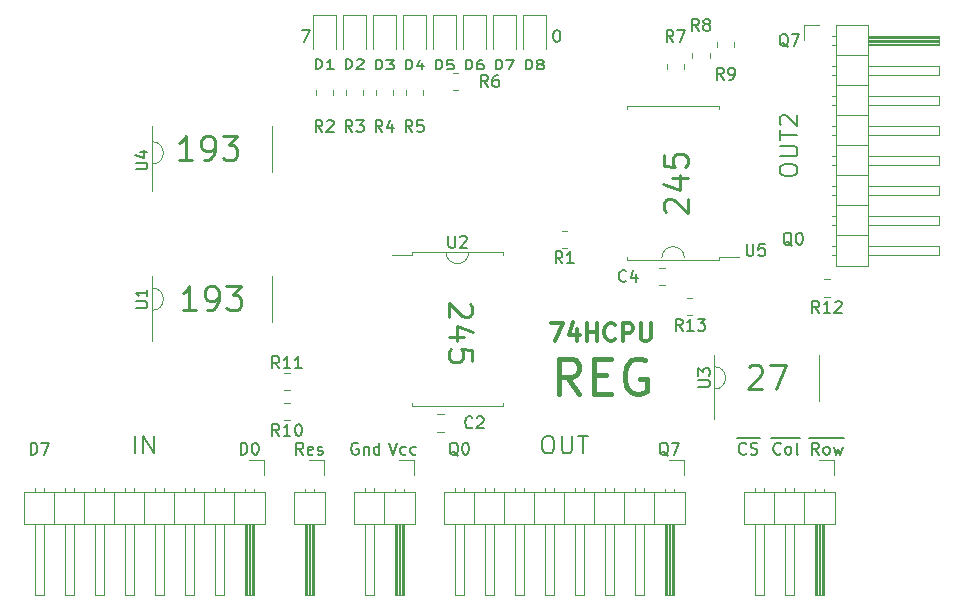
<source format=gbr>
%TF.GenerationSoftware,KiCad,Pcbnew,(5.1.8)-1*%
%TF.CreationDate,2025-01-30T22:58:19+03:00*%
%TF.ProjectId,Reg,5265672e-6b69-4636-9164-5f7063625858,rev?*%
%TF.SameCoordinates,Original*%
%TF.FileFunction,Legend,Top*%
%TF.FilePolarity,Positive*%
%FSLAX46Y46*%
G04 Gerber Fmt 4.6, Leading zero omitted, Abs format (unit mm)*
G04 Created by KiCad (PCBNEW (5.1.8)-1) date 2025-01-30 22:58:19*
%MOMM*%
%LPD*%
G01*
G04 APERTURE LIST*
%ADD10C,0.400000*%
%ADD11C,0.120000*%
%ADD12C,0.250000*%
%ADD13C,0.150000*%
%ADD14C,0.200000*%
%ADD15C,0.300000*%
G04 APERTURE END LIST*
D10*
X99036428Y-46442142D02*
X98036428Y-45013571D01*
X97322142Y-46442142D02*
X97322142Y-43442142D01*
X98465000Y-43442142D01*
X98750714Y-43585000D01*
X98893571Y-43727857D01*
X99036428Y-44013571D01*
X99036428Y-44442142D01*
X98893571Y-44727857D01*
X98750714Y-44870714D01*
X98465000Y-45013571D01*
X97322142Y-45013571D01*
X100322142Y-44870714D02*
X101322142Y-44870714D01*
X101750714Y-46442142D02*
X100322142Y-46442142D01*
X100322142Y-43442142D01*
X101750714Y-43442142D01*
X104607857Y-43585000D02*
X104322142Y-43442142D01*
X103893571Y-43442142D01*
X103465000Y-43585000D01*
X103179285Y-43870714D01*
X103036428Y-44156428D01*
X102893571Y-44727857D01*
X102893571Y-45156428D01*
X103036428Y-45727857D01*
X103179285Y-46013571D01*
X103465000Y-46299285D01*
X103893571Y-46442142D01*
X104179285Y-46442142D01*
X104607857Y-46299285D01*
X104750714Y-46156428D01*
X104750714Y-45156428D01*
X104179285Y-45156428D01*
D11*
X106045000Y-34925000D02*
G75*
G02*
X107950000Y-34925000I952500J0D01*
G01*
D12*
X106410238Y-31051190D02*
X106315000Y-30955952D01*
X106219761Y-30765476D01*
X106219761Y-30289285D01*
X106315000Y-30098809D01*
X106410238Y-30003571D01*
X106600714Y-29908333D01*
X106791190Y-29908333D01*
X107076904Y-30003571D01*
X108219761Y-31146428D01*
X108219761Y-29908333D01*
X106886428Y-28194047D02*
X108219761Y-28194047D01*
X106124523Y-28670238D02*
X107553095Y-29146428D01*
X107553095Y-27908333D01*
X106219761Y-26194047D02*
X106219761Y-27146428D01*
X107172142Y-27241666D01*
X107076904Y-27146428D01*
X106981666Y-26955952D01*
X106981666Y-26479761D01*
X107076904Y-26289285D01*
X107172142Y-26194047D01*
X107362619Y-26098809D01*
X107838809Y-26098809D01*
X108029285Y-26194047D01*
X108124523Y-26289285D01*
X108219761Y-26479761D01*
X108219761Y-26955952D01*
X108124523Y-27146428D01*
X108029285Y-27241666D01*
D13*
X116744761Y-17057619D02*
X116649523Y-17010000D01*
X116554285Y-16914761D01*
X116411428Y-16771904D01*
X116316190Y-16724285D01*
X116220952Y-16724285D01*
X116268571Y-16962380D02*
X116173333Y-16914761D01*
X116078095Y-16819523D01*
X116030476Y-16629047D01*
X116030476Y-16295714D01*
X116078095Y-16105238D01*
X116173333Y-16010000D01*
X116268571Y-15962380D01*
X116459047Y-15962380D01*
X116554285Y-16010000D01*
X116649523Y-16105238D01*
X116697142Y-16295714D01*
X116697142Y-16629047D01*
X116649523Y-16819523D01*
X116554285Y-16914761D01*
X116459047Y-16962380D01*
X116268571Y-16962380D01*
X117030476Y-15962380D02*
X117697142Y-15962380D01*
X117268571Y-16962380D01*
X117062261Y-33885119D02*
X116967023Y-33837500D01*
X116871785Y-33742261D01*
X116728928Y-33599404D01*
X116633690Y-33551785D01*
X116538452Y-33551785D01*
X116586071Y-33789880D02*
X116490833Y-33742261D01*
X116395595Y-33647023D01*
X116347976Y-33456547D01*
X116347976Y-33123214D01*
X116395595Y-32932738D01*
X116490833Y-32837500D01*
X116586071Y-32789880D01*
X116776547Y-32789880D01*
X116871785Y-32837500D01*
X116967023Y-32932738D01*
X117014642Y-33123214D01*
X117014642Y-33456547D01*
X116967023Y-33647023D01*
X116871785Y-33742261D01*
X116776547Y-33789880D01*
X116586071Y-33789880D01*
X117633690Y-32789880D02*
X117728928Y-32789880D01*
X117824166Y-32837500D01*
X117871785Y-32885119D01*
X117919404Y-32980357D01*
X117967023Y-33170833D01*
X117967023Y-33408928D01*
X117919404Y-33599404D01*
X117871785Y-33694642D01*
X117824166Y-33742261D01*
X117728928Y-33789880D01*
X117633690Y-33789880D01*
X117538452Y-33742261D01*
X117490833Y-33694642D01*
X117443214Y-33599404D01*
X117395595Y-33408928D01*
X117395595Y-33170833D01*
X117443214Y-32980357D01*
X117490833Y-32885119D01*
X117538452Y-32837500D01*
X117633690Y-32789880D01*
D14*
X116018571Y-27614285D02*
X116018571Y-27328571D01*
X116090000Y-27185714D01*
X116232857Y-27042857D01*
X116518571Y-26971428D01*
X117018571Y-26971428D01*
X117304285Y-27042857D01*
X117447142Y-27185714D01*
X117518571Y-27328571D01*
X117518571Y-27614285D01*
X117447142Y-27757142D01*
X117304285Y-27900000D01*
X117018571Y-27971428D01*
X116518571Y-27971428D01*
X116232857Y-27900000D01*
X116090000Y-27757142D01*
X116018571Y-27614285D01*
X116018571Y-26328571D02*
X117232857Y-26328571D01*
X117375714Y-26257142D01*
X117447142Y-26185714D01*
X117518571Y-26042857D01*
X117518571Y-25757142D01*
X117447142Y-25614285D01*
X117375714Y-25542857D01*
X117232857Y-25471428D01*
X116018571Y-25471428D01*
X116018571Y-24971428D02*
X116018571Y-24114285D01*
X117518571Y-24542857D02*
X116018571Y-24542857D01*
X116161428Y-23685714D02*
X116090000Y-23614285D01*
X116018571Y-23471428D01*
X116018571Y-23114285D01*
X116090000Y-22971428D01*
X116161428Y-22900000D01*
X116304285Y-22828571D01*
X116447142Y-22828571D01*
X116661428Y-22900000D01*
X117518571Y-23757142D01*
X117518571Y-22828571D01*
D15*
X96679285Y-40453571D02*
X97679285Y-40453571D01*
X97036428Y-41953571D01*
X98893571Y-40953571D02*
X98893571Y-41953571D01*
X98536428Y-40382142D02*
X98179285Y-41453571D01*
X99107857Y-41453571D01*
X99679285Y-41953571D02*
X99679285Y-40453571D01*
X99679285Y-41167857D02*
X100536428Y-41167857D01*
X100536428Y-41953571D02*
X100536428Y-40453571D01*
X102107857Y-41810714D02*
X102036428Y-41882142D01*
X101822142Y-41953571D01*
X101679285Y-41953571D01*
X101465000Y-41882142D01*
X101322142Y-41739285D01*
X101250714Y-41596428D01*
X101179285Y-41310714D01*
X101179285Y-41096428D01*
X101250714Y-40810714D01*
X101322142Y-40667857D01*
X101465000Y-40525000D01*
X101679285Y-40453571D01*
X101822142Y-40453571D01*
X102036428Y-40525000D01*
X102107857Y-40596428D01*
X102750714Y-41953571D02*
X102750714Y-40453571D01*
X103322142Y-40453571D01*
X103465000Y-40525000D01*
X103536428Y-40596428D01*
X103607857Y-40739285D01*
X103607857Y-40953571D01*
X103536428Y-41096428D01*
X103465000Y-41167857D01*
X103322142Y-41239285D01*
X102750714Y-41239285D01*
X104250714Y-40453571D02*
X104250714Y-41667857D01*
X104322142Y-41810714D01*
X104393571Y-41882142D01*
X104536428Y-41953571D01*
X104822142Y-41953571D01*
X104965000Y-41882142D01*
X105036428Y-41810714D01*
X105107857Y-41667857D01*
X105107857Y-40453571D01*
D14*
X96290000Y-49978571D02*
X96575714Y-49978571D01*
X96718571Y-50050000D01*
X96861428Y-50192857D01*
X96932857Y-50478571D01*
X96932857Y-50978571D01*
X96861428Y-51264285D01*
X96718571Y-51407142D01*
X96575714Y-51478571D01*
X96290000Y-51478571D01*
X96147142Y-51407142D01*
X96004285Y-51264285D01*
X95932857Y-50978571D01*
X95932857Y-50478571D01*
X96004285Y-50192857D01*
X96147142Y-50050000D01*
X96290000Y-49978571D01*
X97575714Y-49978571D02*
X97575714Y-51192857D01*
X97647142Y-51335714D01*
X97718571Y-51407142D01*
X97861428Y-51478571D01*
X98147142Y-51478571D01*
X98290000Y-51407142D01*
X98361428Y-51335714D01*
X98432857Y-51192857D01*
X98432857Y-49978571D01*
X98932857Y-49978571D02*
X99790000Y-49978571D01*
X99361428Y-51478571D02*
X99361428Y-49978571D01*
X61444285Y-51478571D02*
X61444285Y-49978571D01*
X62158571Y-51478571D02*
X62158571Y-49978571D01*
X63015714Y-51478571D01*
X63015714Y-49978571D01*
D12*
X66294166Y-26622261D02*
X65151309Y-26622261D01*
X65722738Y-26622261D02*
X65722738Y-24622261D01*
X65532261Y-24907976D01*
X65341785Y-25098452D01*
X65151309Y-25193690D01*
X67246547Y-26622261D02*
X67627500Y-26622261D01*
X67817976Y-26527023D01*
X67913214Y-26431785D01*
X68103690Y-26146071D01*
X68198928Y-25765119D01*
X68198928Y-25003214D01*
X68103690Y-24812738D01*
X68008452Y-24717500D01*
X67817976Y-24622261D01*
X67437023Y-24622261D01*
X67246547Y-24717500D01*
X67151309Y-24812738D01*
X67056071Y-25003214D01*
X67056071Y-25479404D01*
X67151309Y-25669880D01*
X67246547Y-25765119D01*
X67437023Y-25860357D01*
X67817976Y-25860357D01*
X68008452Y-25765119D01*
X68103690Y-25669880D01*
X68198928Y-25479404D01*
X68865595Y-24622261D02*
X70103690Y-24622261D01*
X69437023Y-25384166D01*
X69722738Y-25384166D01*
X69913214Y-25479404D01*
X70008452Y-25574642D01*
X70103690Y-25765119D01*
X70103690Y-26241309D01*
X70008452Y-26431785D01*
X69913214Y-26527023D01*
X69722738Y-26622261D01*
X69151309Y-26622261D01*
X68960833Y-26527023D01*
X68865595Y-26431785D01*
X66611666Y-39322261D02*
X65468809Y-39322261D01*
X66040238Y-39322261D02*
X66040238Y-37322261D01*
X65849761Y-37607976D01*
X65659285Y-37798452D01*
X65468809Y-37893690D01*
X67564047Y-39322261D02*
X67945000Y-39322261D01*
X68135476Y-39227023D01*
X68230714Y-39131785D01*
X68421190Y-38846071D01*
X68516428Y-38465119D01*
X68516428Y-37703214D01*
X68421190Y-37512738D01*
X68325952Y-37417500D01*
X68135476Y-37322261D01*
X67754523Y-37322261D01*
X67564047Y-37417500D01*
X67468809Y-37512738D01*
X67373571Y-37703214D01*
X67373571Y-38179404D01*
X67468809Y-38369880D01*
X67564047Y-38465119D01*
X67754523Y-38560357D01*
X68135476Y-38560357D01*
X68325952Y-38465119D01*
X68421190Y-38369880D01*
X68516428Y-38179404D01*
X69183095Y-37322261D02*
X70421190Y-37322261D01*
X69754523Y-38084166D01*
X70040238Y-38084166D01*
X70230714Y-38179404D01*
X70325952Y-38274642D01*
X70421190Y-38465119D01*
X70421190Y-38941309D01*
X70325952Y-39131785D01*
X70230714Y-39227023D01*
X70040238Y-39322261D01*
X69468809Y-39322261D01*
X69278333Y-39227023D01*
X69183095Y-39131785D01*
X89804761Y-38798809D02*
X89900000Y-38894047D01*
X89995238Y-39084523D01*
X89995238Y-39560714D01*
X89900000Y-39751190D01*
X89804761Y-39846428D01*
X89614285Y-39941666D01*
X89423809Y-39941666D01*
X89138095Y-39846428D01*
X87995238Y-38703571D01*
X87995238Y-39941666D01*
X89328571Y-41655952D02*
X87995238Y-41655952D01*
X90090476Y-41179761D02*
X88661904Y-40703571D01*
X88661904Y-41941666D01*
X89995238Y-43655952D02*
X89995238Y-42703571D01*
X89042857Y-42608333D01*
X89138095Y-42703571D01*
X89233333Y-42894047D01*
X89233333Y-43370238D01*
X89138095Y-43560714D01*
X89042857Y-43655952D01*
X88852380Y-43751190D01*
X88376190Y-43751190D01*
X88185714Y-43655952D01*
X88090476Y-43560714D01*
X87995238Y-43370238D01*
X87995238Y-42894047D01*
X88090476Y-42703571D01*
X88185714Y-42608333D01*
X113411190Y-44180238D02*
X113506428Y-44085000D01*
X113696904Y-43989761D01*
X114173095Y-43989761D01*
X114363571Y-44085000D01*
X114458809Y-44180238D01*
X114554047Y-44370714D01*
X114554047Y-44561190D01*
X114458809Y-44846904D01*
X113315952Y-45989761D01*
X114554047Y-45989761D01*
X115220714Y-43989761D02*
X116554047Y-43989761D01*
X115696904Y-45989761D01*
D13*
X75676190Y-51569880D02*
X75342857Y-51093690D01*
X75104761Y-51569880D02*
X75104761Y-50569880D01*
X75485714Y-50569880D01*
X75580952Y-50617500D01*
X75628571Y-50665119D01*
X75676190Y-50760357D01*
X75676190Y-50903214D01*
X75628571Y-50998452D01*
X75580952Y-51046071D01*
X75485714Y-51093690D01*
X75104761Y-51093690D01*
X76485714Y-51522261D02*
X76390476Y-51569880D01*
X76200000Y-51569880D01*
X76104761Y-51522261D01*
X76057142Y-51427023D01*
X76057142Y-51046071D01*
X76104761Y-50950833D01*
X76200000Y-50903214D01*
X76390476Y-50903214D01*
X76485714Y-50950833D01*
X76533333Y-51046071D01*
X76533333Y-51141309D01*
X76057142Y-51236547D01*
X76914285Y-51522261D02*
X77009523Y-51569880D01*
X77200000Y-51569880D01*
X77295238Y-51522261D01*
X77342857Y-51427023D01*
X77342857Y-51379404D01*
X77295238Y-51284166D01*
X77200000Y-51236547D01*
X77057142Y-51236547D01*
X76961904Y-51188928D01*
X76914285Y-51093690D01*
X76914285Y-51046071D01*
X76961904Y-50950833D01*
X77057142Y-50903214D01*
X77200000Y-50903214D01*
X77295238Y-50950833D01*
D11*
X89690000Y-34447500D02*
G75*
G02*
X87785000Y-34447500I-952500J0D01*
G01*
X62885000Y-37465000D02*
G75*
G02*
X62885000Y-39370000I0J-952500D01*
G01*
D13*
X75549166Y-15644880D02*
X76215833Y-15644880D01*
X75787261Y-16644880D01*
X97107380Y-15644880D02*
X97202619Y-15644880D01*
X97297857Y-15692500D01*
X97345476Y-15740119D01*
X97393095Y-15835357D01*
X97440714Y-16025833D01*
X97440714Y-16263928D01*
X97393095Y-16454404D01*
X97345476Y-16549642D01*
X97297857Y-16597261D01*
X97202619Y-16644880D01*
X97107380Y-16644880D01*
X97012142Y-16597261D01*
X96964523Y-16549642D01*
X96916904Y-16454404D01*
X96869285Y-16263928D01*
X96869285Y-16025833D01*
X96916904Y-15835357D01*
X96964523Y-15740119D01*
X97012142Y-15692500D01*
X97107380Y-15644880D01*
D11*
X110490000Y-44132500D02*
G75*
G02*
X110490000Y-46037500I0J-952500D01*
G01*
X62885000Y-25082500D02*
G75*
G02*
X62885000Y-26987500I0J-952500D01*
G01*
D13*
X118538809Y-50202500D02*
X119538809Y-50202500D01*
X119348333Y-51569880D02*
X119015000Y-51093690D01*
X118776904Y-51569880D02*
X118776904Y-50569880D01*
X119157857Y-50569880D01*
X119253095Y-50617500D01*
X119300714Y-50665119D01*
X119348333Y-50760357D01*
X119348333Y-50903214D01*
X119300714Y-50998452D01*
X119253095Y-51046071D01*
X119157857Y-51093690D01*
X118776904Y-51093690D01*
X119538809Y-50202500D02*
X120443571Y-50202500D01*
X119919761Y-51569880D02*
X119824523Y-51522261D01*
X119776904Y-51474642D01*
X119729285Y-51379404D01*
X119729285Y-51093690D01*
X119776904Y-50998452D01*
X119824523Y-50950833D01*
X119919761Y-50903214D01*
X120062619Y-50903214D01*
X120157857Y-50950833D01*
X120205476Y-50998452D01*
X120253095Y-51093690D01*
X120253095Y-51379404D01*
X120205476Y-51474642D01*
X120157857Y-51522261D01*
X120062619Y-51569880D01*
X119919761Y-51569880D01*
X120443571Y-50202500D02*
X121491190Y-50202500D01*
X120586428Y-50903214D02*
X120776904Y-51569880D01*
X120967380Y-51093690D01*
X121157857Y-51569880D01*
X121348333Y-50903214D01*
X115308214Y-50202500D02*
X116308214Y-50202500D01*
X116117738Y-51474642D02*
X116070119Y-51522261D01*
X115927261Y-51569880D01*
X115832023Y-51569880D01*
X115689166Y-51522261D01*
X115593928Y-51427023D01*
X115546309Y-51331785D01*
X115498690Y-51141309D01*
X115498690Y-50998452D01*
X115546309Y-50807976D01*
X115593928Y-50712738D01*
X115689166Y-50617500D01*
X115832023Y-50569880D01*
X115927261Y-50569880D01*
X116070119Y-50617500D01*
X116117738Y-50665119D01*
X116308214Y-50202500D02*
X117212976Y-50202500D01*
X116689166Y-51569880D02*
X116593928Y-51522261D01*
X116546309Y-51474642D01*
X116498690Y-51379404D01*
X116498690Y-51093690D01*
X116546309Y-50998452D01*
X116593928Y-50950833D01*
X116689166Y-50903214D01*
X116832023Y-50903214D01*
X116927261Y-50950833D01*
X116974880Y-50998452D01*
X117022500Y-51093690D01*
X117022500Y-51379404D01*
X116974880Y-51474642D01*
X116927261Y-51522261D01*
X116832023Y-51569880D01*
X116689166Y-51569880D01*
X117212976Y-50202500D02*
X117736785Y-50202500D01*
X117593928Y-51569880D02*
X117498690Y-51522261D01*
X117451071Y-51427023D01*
X117451071Y-50569880D01*
X112371309Y-50202500D02*
X113371309Y-50202500D01*
X113180833Y-51474642D02*
X113133214Y-51522261D01*
X112990357Y-51569880D01*
X112895119Y-51569880D01*
X112752261Y-51522261D01*
X112657023Y-51427023D01*
X112609404Y-51331785D01*
X112561785Y-51141309D01*
X112561785Y-50998452D01*
X112609404Y-50807976D01*
X112657023Y-50712738D01*
X112752261Y-50617500D01*
X112895119Y-50569880D01*
X112990357Y-50569880D01*
X113133214Y-50617500D01*
X113180833Y-50665119D01*
X113371309Y-50202500D02*
X114323690Y-50202500D01*
X113561785Y-51522261D02*
X113704642Y-51569880D01*
X113942738Y-51569880D01*
X114037976Y-51522261D01*
X114085595Y-51474642D01*
X114133214Y-51379404D01*
X114133214Y-51284166D01*
X114085595Y-51188928D01*
X114037976Y-51141309D01*
X113942738Y-51093690D01*
X113752261Y-51046071D01*
X113657023Y-50998452D01*
X113609404Y-50950833D01*
X113561785Y-50855595D01*
X113561785Y-50760357D01*
X113609404Y-50665119D01*
X113657023Y-50617500D01*
X113752261Y-50569880D01*
X113990357Y-50569880D01*
X114133214Y-50617500D01*
X88804761Y-51665119D02*
X88709523Y-51617500D01*
X88614285Y-51522261D01*
X88471428Y-51379404D01*
X88376190Y-51331785D01*
X88280952Y-51331785D01*
X88328571Y-51569880D02*
X88233333Y-51522261D01*
X88138095Y-51427023D01*
X88090476Y-51236547D01*
X88090476Y-50903214D01*
X88138095Y-50712738D01*
X88233333Y-50617500D01*
X88328571Y-50569880D01*
X88519047Y-50569880D01*
X88614285Y-50617500D01*
X88709523Y-50712738D01*
X88757142Y-50903214D01*
X88757142Y-51236547D01*
X88709523Y-51427023D01*
X88614285Y-51522261D01*
X88519047Y-51569880D01*
X88328571Y-51569880D01*
X89376190Y-50569880D02*
X89471428Y-50569880D01*
X89566666Y-50617500D01*
X89614285Y-50665119D01*
X89661904Y-50760357D01*
X89709523Y-50950833D01*
X89709523Y-51188928D01*
X89661904Y-51379404D01*
X89614285Y-51474642D01*
X89566666Y-51522261D01*
X89471428Y-51569880D01*
X89376190Y-51569880D01*
X89280952Y-51522261D01*
X89233333Y-51474642D01*
X89185714Y-51379404D01*
X89138095Y-51188928D01*
X89138095Y-50950833D01*
X89185714Y-50760357D01*
X89233333Y-50665119D01*
X89280952Y-50617500D01*
X89376190Y-50569880D01*
X106584761Y-51665119D02*
X106489523Y-51617500D01*
X106394285Y-51522261D01*
X106251428Y-51379404D01*
X106156190Y-51331785D01*
X106060952Y-51331785D01*
X106108571Y-51569880D02*
X106013333Y-51522261D01*
X105918095Y-51427023D01*
X105870476Y-51236547D01*
X105870476Y-50903214D01*
X105918095Y-50712738D01*
X106013333Y-50617500D01*
X106108571Y-50569880D01*
X106299047Y-50569880D01*
X106394285Y-50617500D01*
X106489523Y-50712738D01*
X106537142Y-50903214D01*
X106537142Y-51236547D01*
X106489523Y-51427023D01*
X106394285Y-51522261D01*
X106299047Y-51569880D01*
X106108571Y-51569880D01*
X106870476Y-50569880D02*
X107537142Y-50569880D01*
X107108571Y-51569880D01*
X80319642Y-50617500D02*
X80224404Y-50569880D01*
X80081547Y-50569880D01*
X79938690Y-50617500D01*
X79843452Y-50712738D01*
X79795833Y-50807976D01*
X79748214Y-50998452D01*
X79748214Y-51141309D01*
X79795833Y-51331785D01*
X79843452Y-51427023D01*
X79938690Y-51522261D01*
X80081547Y-51569880D01*
X80176785Y-51569880D01*
X80319642Y-51522261D01*
X80367261Y-51474642D01*
X80367261Y-51141309D01*
X80176785Y-51141309D01*
X80795833Y-50903214D02*
X80795833Y-51569880D01*
X80795833Y-50998452D02*
X80843452Y-50950833D01*
X80938690Y-50903214D01*
X81081547Y-50903214D01*
X81176785Y-50950833D01*
X81224404Y-51046071D01*
X81224404Y-51569880D01*
X82129166Y-51569880D02*
X82129166Y-50569880D01*
X82129166Y-51522261D02*
X82033928Y-51569880D01*
X81843452Y-51569880D01*
X81748214Y-51522261D01*
X81700595Y-51474642D01*
X81652976Y-51379404D01*
X81652976Y-51093690D01*
X81700595Y-50998452D01*
X81748214Y-50950833D01*
X81843452Y-50903214D01*
X82033928Y-50903214D01*
X82129166Y-50950833D01*
X82947023Y-50569880D02*
X83280357Y-51569880D01*
X83613690Y-50569880D01*
X84375595Y-51522261D02*
X84280357Y-51569880D01*
X84089880Y-51569880D01*
X83994642Y-51522261D01*
X83947023Y-51474642D01*
X83899404Y-51379404D01*
X83899404Y-51093690D01*
X83947023Y-50998452D01*
X83994642Y-50950833D01*
X84089880Y-50903214D01*
X84280357Y-50903214D01*
X84375595Y-50950833D01*
X85232738Y-51522261D02*
X85137500Y-51569880D01*
X84947023Y-51569880D01*
X84851785Y-51522261D01*
X84804166Y-51474642D01*
X84756547Y-51379404D01*
X84756547Y-51093690D01*
X84804166Y-50998452D01*
X84851785Y-50950833D01*
X84947023Y-50903214D01*
X85137500Y-50903214D01*
X85232738Y-50950833D01*
X52601904Y-51569880D02*
X52601904Y-50569880D01*
X52840000Y-50569880D01*
X52982857Y-50617500D01*
X53078095Y-50712738D01*
X53125714Y-50807976D01*
X53173333Y-50998452D01*
X53173333Y-51141309D01*
X53125714Y-51331785D01*
X53078095Y-51427023D01*
X52982857Y-51522261D01*
X52840000Y-51569880D01*
X52601904Y-51569880D01*
X53506666Y-50569880D02*
X54173333Y-50569880D01*
X53744761Y-51569880D01*
X70381904Y-51569880D02*
X70381904Y-50569880D01*
X70620000Y-50569880D01*
X70762857Y-50617500D01*
X70858095Y-50712738D01*
X70905714Y-50807976D01*
X70953333Y-50998452D01*
X70953333Y-51141309D01*
X70905714Y-51331785D01*
X70858095Y-51427023D01*
X70762857Y-51522261D01*
X70620000Y-51569880D01*
X70381904Y-51569880D01*
X71572380Y-50569880D02*
X71667619Y-50569880D01*
X71762857Y-50617500D01*
X71810476Y-50665119D01*
X71858095Y-50760357D01*
X71905714Y-50950833D01*
X71905714Y-51188928D01*
X71858095Y-51379404D01*
X71810476Y-51474642D01*
X71762857Y-51522261D01*
X71667619Y-51569880D01*
X71572380Y-51569880D01*
X71477142Y-51522261D01*
X71429523Y-51474642D01*
X71381904Y-51379404D01*
X71334285Y-51188928D01*
X71334285Y-50950833D01*
X71381904Y-50760357D01*
X71429523Y-50665119D01*
X71477142Y-50617500D01*
X71572380Y-50569880D01*
D11*
%TO.C,R1*%
X97562936Y-32602500D02*
X98017064Y-32602500D01*
X97562936Y-34072500D02*
X98017064Y-34072500D01*
%TO.C,C4*%
X105783748Y-35777500D02*
X106306252Y-35777500D01*
X105783748Y-37247500D02*
X106306252Y-37247500D01*
%TO.C,U5*%
X110857500Y-34850000D02*
X112547500Y-34850000D01*
X110857500Y-35085000D02*
X110857500Y-34850000D01*
X106997500Y-35085000D02*
X110857500Y-35085000D01*
X103137500Y-35085000D02*
X103137500Y-34850000D01*
X106997500Y-35085000D02*
X103137500Y-35085000D01*
X110857500Y-22065000D02*
X110857500Y-22300000D01*
X106997500Y-22065000D02*
X110857500Y-22065000D01*
X103137500Y-22065000D02*
X103137500Y-22300000D01*
X106997500Y-22065000D02*
X103137500Y-22065000D01*
%TO.C,J11*%
X118110000Y-15240000D02*
X119380000Y-15240000D01*
X118110000Y-16510000D02*
X118110000Y-15240000D01*
X120422929Y-34670000D02*
X120820000Y-34670000D01*
X120422929Y-33910000D02*
X120820000Y-33910000D01*
X129480000Y-34670000D02*
X123480000Y-34670000D01*
X129480000Y-33910000D02*
X129480000Y-34670000D01*
X123480000Y-33910000D02*
X129480000Y-33910000D01*
X120820000Y-33020000D02*
X123480000Y-33020000D01*
X120422929Y-32130000D02*
X120820000Y-32130000D01*
X120422929Y-31370000D02*
X120820000Y-31370000D01*
X129480000Y-32130000D02*
X123480000Y-32130000D01*
X129480000Y-31370000D02*
X129480000Y-32130000D01*
X123480000Y-31370000D02*
X129480000Y-31370000D01*
X120820000Y-30480000D02*
X123480000Y-30480000D01*
X120422929Y-29590000D02*
X120820000Y-29590000D01*
X120422929Y-28830000D02*
X120820000Y-28830000D01*
X129480000Y-29590000D02*
X123480000Y-29590000D01*
X129480000Y-28830000D02*
X129480000Y-29590000D01*
X123480000Y-28830000D02*
X129480000Y-28830000D01*
X120820000Y-27940000D02*
X123480000Y-27940000D01*
X120422929Y-27050000D02*
X120820000Y-27050000D01*
X120422929Y-26290000D02*
X120820000Y-26290000D01*
X129480000Y-27050000D02*
X123480000Y-27050000D01*
X129480000Y-26290000D02*
X129480000Y-27050000D01*
X123480000Y-26290000D02*
X129480000Y-26290000D01*
X120820000Y-25400000D02*
X123480000Y-25400000D01*
X120422929Y-24510000D02*
X120820000Y-24510000D01*
X120422929Y-23750000D02*
X120820000Y-23750000D01*
X129480000Y-24510000D02*
X123480000Y-24510000D01*
X129480000Y-23750000D02*
X129480000Y-24510000D01*
X123480000Y-23750000D02*
X129480000Y-23750000D01*
X120820000Y-22860000D02*
X123480000Y-22860000D01*
X120422929Y-21970000D02*
X120820000Y-21970000D01*
X120422929Y-21210000D02*
X120820000Y-21210000D01*
X129480000Y-21970000D02*
X123480000Y-21970000D01*
X129480000Y-21210000D02*
X129480000Y-21970000D01*
X123480000Y-21210000D02*
X129480000Y-21210000D01*
X120820000Y-20320000D02*
X123480000Y-20320000D01*
X120422929Y-19430000D02*
X120820000Y-19430000D01*
X120422929Y-18670000D02*
X120820000Y-18670000D01*
X129480000Y-19430000D02*
X123480000Y-19430000D01*
X129480000Y-18670000D02*
X129480000Y-19430000D01*
X123480000Y-18670000D02*
X129480000Y-18670000D01*
X120820000Y-17780000D02*
X123480000Y-17780000D01*
X120490000Y-16890000D02*
X120820000Y-16890000D01*
X120490000Y-16130000D02*
X120820000Y-16130000D01*
X123480000Y-16790000D02*
X129480000Y-16790000D01*
X123480000Y-16670000D02*
X129480000Y-16670000D01*
X123480000Y-16550000D02*
X129480000Y-16550000D01*
X123480000Y-16430000D02*
X129480000Y-16430000D01*
X123480000Y-16310000D02*
X129480000Y-16310000D01*
X123480000Y-16190000D02*
X129480000Y-16190000D01*
X129480000Y-16890000D02*
X123480000Y-16890000D01*
X129480000Y-16130000D02*
X129480000Y-16890000D01*
X123480000Y-16130000D02*
X129480000Y-16130000D01*
X123480000Y-15180000D02*
X120820000Y-15180000D01*
X123480000Y-35620000D02*
X123480000Y-15180000D01*
X120820000Y-35620000D02*
X123480000Y-35620000D01*
X120820000Y-15180000D02*
X120820000Y-35620000D01*
%TO.C,R13*%
X108167436Y-38317500D02*
X108621564Y-38317500D01*
X108167436Y-39787500D02*
X108621564Y-39787500D01*
%TO.C,R12*%
X120242064Y-38200000D02*
X119787936Y-38200000D01*
X120242064Y-36730000D02*
X119787936Y-36730000D01*
%TO.C,R11*%
X74067936Y-44667500D02*
X74522064Y-44667500D01*
X74067936Y-46137500D02*
X74522064Y-46137500D01*
%TO.C,R10*%
X74067936Y-47207500D02*
X74522064Y-47207500D01*
X74067936Y-48677500D02*
X74522064Y-48677500D01*
%TO.C,U4*%
X62885000Y-25717500D02*
X62885000Y-29217500D01*
X62885000Y-25717500D02*
X62885000Y-23767500D01*
X73005000Y-25717500D02*
X73005000Y-27667500D01*
X73005000Y-25717500D02*
X73005000Y-23767500D01*
%TO.C,U1*%
X62885000Y-38417500D02*
X62885000Y-41917500D01*
X62885000Y-38417500D02*
X62885000Y-36467500D01*
X73005000Y-38417500D02*
X73005000Y-40367500D01*
X73005000Y-38417500D02*
X73005000Y-36467500D01*
%TO.C,C2*%
X87573752Y-48160000D02*
X87051248Y-48160000D01*
X87573752Y-49630000D02*
X87051248Y-49630000D01*
%TO.C,R9*%
X110707500Y-17054564D02*
X110707500Y-16600436D01*
X112177500Y-17054564D02*
X112177500Y-16600436D01*
%TO.C,R8*%
X108612000Y-18007064D02*
X108612000Y-17552936D01*
X110082000Y-18007064D02*
X110082000Y-17552936D01*
%TO.C,R7*%
X106453000Y-18959564D02*
X106453000Y-18505436D01*
X107923000Y-18959564D02*
X107923000Y-18505436D01*
%TO.C,R6*%
X88809564Y-20737500D02*
X88355436Y-20737500D01*
X88809564Y-19267500D02*
X88355436Y-19267500D01*
%TO.C,R5*%
X84355000Y-21134564D02*
X84355000Y-20680436D01*
X85825000Y-21134564D02*
X85825000Y-20680436D01*
%TO.C,R4*%
X81815000Y-21134564D02*
X81815000Y-20680436D01*
X83285000Y-21134564D02*
X83285000Y-20680436D01*
%TO.C,R3*%
X79275000Y-21134564D02*
X79275000Y-20680436D01*
X80745000Y-21134564D02*
X80745000Y-20680436D01*
%TO.C,R2*%
X76735000Y-21134564D02*
X76735000Y-20680436D01*
X78205000Y-21134564D02*
X78205000Y-20680436D01*
%TO.C,D8*%
X96210000Y-17192500D02*
X96210000Y-14332500D01*
X96210000Y-14332500D02*
X94290000Y-14332500D01*
X94290000Y-14332500D02*
X94290000Y-17192500D01*
%TO.C,D7*%
X93670000Y-17192500D02*
X93670000Y-14332500D01*
X93670000Y-14332500D02*
X91750000Y-14332500D01*
X91750000Y-14332500D02*
X91750000Y-17192500D01*
%TO.C,D6*%
X91130000Y-17192500D02*
X91130000Y-14332500D01*
X91130000Y-14332500D02*
X89210000Y-14332500D01*
X89210000Y-14332500D02*
X89210000Y-17192500D01*
%TO.C,D5*%
X88590000Y-17192500D02*
X88590000Y-14332500D01*
X88590000Y-14332500D02*
X86670000Y-14332500D01*
X86670000Y-14332500D02*
X86670000Y-17192500D01*
%TO.C,D4*%
X86050000Y-17192500D02*
X86050000Y-14332500D01*
X86050000Y-14332500D02*
X84130000Y-14332500D01*
X84130000Y-14332500D02*
X84130000Y-17192500D01*
%TO.C,D3*%
X83510000Y-17192500D02*
X83510000Y-14332500D01*
X83510000Y-14332500D02*
X81590000Y-14332500D01*
X81590000Y-14332500D02*
X81590000Y-17192500D01*
%TO.C,D2*%
X80970000Y-17192500D02*
X80970000Y-14332500D01*
X80970000Y-14332500D02*
X79050000Y-14332500D01*
X79050000Y-14332500D02*
X79050000Y-17192500D01*
%TO.C,D1*%
X78430000Y-17192500D02*
X78430000Y-14332500D01*
X78430000Y-14332500D02*
X76510000Y-14332500D01*
X76510000Y-14332500D02*
X76510000Y-17192500D01*
%TO.C,J1*%
X72390000Y-52070000D02*
X72390000Y-53340000D01*
X71120000Y-52070000D02*
X72390000Y-52070000D01*
X52960000Y-54382929D02*
X52960000Y-54780000D01*
X53720000Y-54382929D02*
X53720000Y-54780000D01*
X52960000Y-63440000D02*
X52960000Y-57440000D01*
X53720000Y-63440000D02*
X52960000Y-63440000D01*
X53720000Y-57440000D02*
X53720000Y-63440000D01*
X54610000Y-54780000D02*
X54610000Y-57440000D01*
X55500000Y-54382929D02*
X55500000Y-54780000D01*
X56260000Y-54382929D02*
X56260000Y-54780000D01*
X55500000Y-63440000D02*
X55500000Y-57440000D01*
X56260000Y-63440000D02*
X55500000Y-63440000D01*
X56260000Y-57440000D02*
X56260000Y-63440000D01*
X57150000Y-54780000D02*
X57150000Y-57440000D01*
X58040000Y-54382929D02*
X58040000Y-54780000D01*
X58800000Y-54382929D02*
X58800000Y-54780000D01*
X58040000Y-63440000D02*
X58040000Y-57440000D01*
X58800000Y-63440000D02*
X58040000Y-63440000D01*
X58800000Y-57440000D02*
X58800000Y-63440000D01*
X59690000Y-54780000D02*
X59690000Y-57440000D01*
X60580000Y-54382929D02*
X60580000Y-54780000D01*
X61340000Y-54382929D02*
X61340000Y-54780000D01*
X60580000Y-63440000D02*
X60580000Y-57440000D01*
X61340000Y-63440000D02*
X60580000Y-63440000D01*
X61340000Y-57440000D02*
X61340000Y-63440000D01*
X62230000Y-54780000D02*
X62230000Y-57440000D01*
X63120000Y-54382929D02*
X63120000Y-54780000D01*
X63880000Y-54382929D02*
X63880000Y-54780000D01*
X63120000Y-63440000D02*
X63120000Y-57440000D01*
X63880000Y-63440000D02*
X63120000Y-63440000D01*
X63880000Y-57440000D02*
X63880000Y-63440000D01*
X64770000Y-54780000D02*
X64770000Y-57440000D01*
X65660000Y-54382929D02*
X65660000Y-54780000D01*
X66420000Y-54382929D02*
X66420000Y-54780000D01*
X65660000Y-63440000D02*
X65660000Y-57440000D01*
X66420000Y-63440000D02*
X65660000Y-63440000D01*
X66420000Y-57440000D02*
X66420000Y-63440000D01*
X67310000Y-54780000D02*
X67310000Y-57440000D01*
X68200000Y-54382929D02*
X68200000Y-54780000D01*
X68960000Y-54382929D02*
X68960000Y-54780000D01*
X68200000Y-63440000D02*
X68200000Y-57440000D01*
X68960000Y-63440000D02*
X68200000Y-63440000D01*
X68960000Y-57440000D02*
X68960000Y-63440000D01*
X69850000Y-54780000D02*
X69850000Y-57440000D01*
X70740000Y-54450000D02*
X70740000Y-54780000D01*
X71500000Y-54450000D02*
X71500000Y-54780000D01*
X70840000Y-57440000D02*
X70840000Y-63440000D01*
X70960000Y-57440000D02*
X70960000Y-63440000D01*
X71080000Y-57440000D02*
X71080000Y-63440000D01*
X71200000Y-57440000D02*
X71200000Y-63440000D01*
X71320000Y-57440000D02*
X71320000Y-63440000D01*
X71440000Y-57440000D02*
X71440000Y-63440000D01*
X70740000Y-63440000D02*
X70740000Y-57440000D01*
X71500000Y-63440000D02*
X70740000Y-63440000D01*
X71500000Y-57440000D02*
X71500000Y-63440000D01*
X72450000Y-57440000D02*
X72450000Y-54780000D01*
X52010000Y-57440000D02*
X72450000Y-57440000D01*
X52010000Y-54780000D02*
X52010000Y-57440000D01*
X72450000Y-54780000D02*
X52010000Y-54780000D01*
%TO.C,J2*%
X108010000Y-54780000D02*
X87570000Y-54780000D01*
X87570000Y-54780000D02*
X87570000Y-57440000D01*
X87570000Y-57440000D02*
X108010000Y-57440000D01*
X108010000Y-57440000D02*
X108010000Y-54780000D01*
X107060000Y-57440000D02*
X107060000Y-63440000D01*
X107060000Y-63440000D02*
X106300000Y-63440000D01*
X106300000Y-63440000D02*
X106300000Y-57440000D01*
X107000000Y-57440000D02*
X107000000Y-63440000D01*
X106880000Y-57440000D02*
X106880000Y-63440000D01*
X106760000Y-57440000D02*
X106760000Y-63440000D01*
X106640000Y-57440000D02*
X106640000Y-63440000D01*
X106520000Y-57440000D02*
X106520000Y-63440000D01*
X106400000Y-57440000D02*
X106400000Y-63440000D01*
X107060000Y-54450000D02*
X107060000Y-54780000D01*
X106300000Y-54450000D02*
X106300000Y-54780000D01*
X105410000Y-54780000D02*
X105410000Y-57440000D01*
X104520000Y-57440000D02*
X104520000Y-63440000D01*
X104520000Y-63440000D02*
X103760000Y-63440000D01*
X103760000Y-63440000D02*
X103760000Y-57440000D01*
X104520000Y-54382929D02*
X104520000Y-54780000D01*
X103760000Y-54382929D02*
X103760000Y-54780000D01*
X102870000Y-54780000D02*
X102870000Y-57440000D01*
X101980000Y-57440000D02*
X101980000Y-63440000D01*
X101980000Y-63440000D02*
X101220000Y-63440000D01*
X101220000Y-63440000D02*
X101220000Y-57440000D01*
X101980000Y-54382929D02*
X101980000Y-54780000D01*
X101220000Y-54382929D02*
X101220000Y-54780000D01*
X100330000Y-54780000D02*
X100330000Y-57440000D01*
X99440000Y-57440000D02*
X99440000Y-63440000D01*
X99440000Y-63440000D02*
X98680000Y-63440000D01*
X98680000Y-63440000D02*
X98680000Y-57440000D01*
X99440000Y-54382929D02*
X99440000Y-54780000D01*
X98680000Y-54382929D02*
X98680000Y-54780000D01*
X97790000Y-54780000D02*
X97790000Y-57440000D01*
X96900000Y-57440000D02*
X96900000Y-63440000D01*
X96900000Y-63440000D02*
X96140000Y-63440000D01*
X96140000Y-63440000D02*
X96140000Y-57440000D01*
X96900000Y-54382929D02*
X96900000Y-54780000D01*
X96140000Y-54382929D02*
X96140000Y-54780000D01*
X95250000Y-54780000D02*
X95250000Y-57440000D01*
X94360000Y-57440000D02*
X94360000Y-63440000D01*
X94360000Y-63440000D02*
X93600000Y-63440000D01*
X93600000Y-63440000D02*
X93600000Y-57440000D01*
X94360000Y-54382929D02*
X94360000Y-54780000D01*
X93600000Y-54382929D02*
X93600000Y-54780000D01*
X92710000Y-54780000D02*
X92710000Y-57440000D01*
X91820000Y-57440000D02*
X91820000Y-63440000D01*
X91820000Y-63440000D02*
X91060000Y-63440000D01*
X91060000Y-63440000D02*
X91060000Y-57440000D01*
X91820000Y-54382929D02*
X91820000Y-54780000D01*
X91060000Y-54382929D02*
X91060000Y-54780000D01*
X90170000Y-54780000D02*
X90170000Y-57440000D01*
X89280000Y-57440000D02*
X89280000Y-63440000D01*
X89280000Y-63440000D02*
X88520000Y-63440000D01*
X88520000Y-63440000D02*
X88520000Y-57440000D01*
X89280000Y-54382929D02*
X89280000Y-54780000D01*
X88520000Y-54382929D02*
X88520000Y-54780000D01*
X106680000Y-52070000D02*
X107950000Y-52070000D01*
X107950000Y-52070000D02*
X107950000Y-53340000D01*
%TO.C,J3*%
X85090000Y-52070000D02*
X85090000Y-53340000D01*
X83820000Y-52070000D02*
X85090000Y-52070000D01*
X80900000Y-54382929D02*
X80900000Y-54780000D01*
X81660000Y-54382929D02*
X81660000Y-54780000D01*
X80900000Y-63440000D02*
X80900000Y-57440000D01*
X81660000Y-63440000D02*
X80900000Y-63440000D01*
X81660000Y-57440000D02*
X81660000Y-63440000D01*
X82550000Y-54780000D02*
X82550000Y-57440000D01*
X83440000Y-54450000D02*
X83440000Y-54780000D01*
X84200000Y-54450000D02*
X84200000Y-54780000D01*
X83540000Y-57440000D02*
X83540000Y-63440000D01*
X83660000Y-57440000D02*
X83660000Y-63440000D01*
X83780000Y-57440000D02*
X83780000Y-63440000D01*
X83900000Y-57440000D02*
X83900000Y-63440000D01*
X84020000Y-57440000D02*
X84020000Y-63440000D01*
X84140000Y-57440000D02*
X84140000Y-63440000D01*
X83440000Y-63440000D02*
X83440000Y-57440000D01*
X84200000Y-63440000D02*
X83440000Y-63440000D01*
X84200000Y-57440000D02*
X84200000Y-63440000D01*
X85150000Y-57440000D02*
X85150000Y-54780000D01*
X79950000Y-57440000D02*
X85150000Y-57440000D01*
X79950000Y-54780000D02*
X79950000Y-57440000D01*
X85150000Y-54780000D02*
X79950000Y-54780000D01*
%TO.C,U3*%
X119370000Y-45085000D02*
X119370000Y-43135000D01*
X119370000Y-45085000D02*
X119370000Y-47035000D01*
X110500000Y-45085000D02*
X110500000Y-43135000D01*
X110500000Y-45085000D02*
X110500000Y-48535000D01*
%TO.C,U2*%
X84877500Y-34682500D02*
X83187500Y-34682500D01*
X84877500Y-34447500D02*
X84877500Y-34682500D01*
X88737500Y-34447500D02*
X84877500Y-34447500D01*
X92597500Y-34447500D02*
X92597500Y-34682500D01*
X88737500Y-34447500D02*
X92597500Y-34447500D01*
X84877500Y-47467500D02*
X84877500Y-47232500D01*
X88737500Y-47467500D02*
X84877500Y-47467500D01*
X92597500Y-47467500D02*
X92597500Y-47232500D01*
X88737500Y-47467500D02*
X92597500Y-47467500D01*
%TO.C,J4*%
X120650000Y-52070000D02*
X120650000Y-53340000D01*
X119380000Y-52070000D02*
X120650000Y-52070000D01*
X113920000Y-54382929D02*
X113920000Y-54780000D01*
X114680000Y-54382929D02*
X114680000Y-54780000D01*
X113920000Y-63440000D02*
X113920000Y-57440000D01*
X114680000Y-63440000D02*
X113920000Y-63440000D01*
X114680000Y-57440000D02*
X114680000Y-63440000D01*
X115570000Y-54780000D02*
X115570000Y-57440000D01*
X116460000Y-54382929D02*
X116460000Y-54780000D01*
X117220000Y-54382929D02*
X117220000Y-54780000D01*
X116460000Y-63440000D02*
X116460000Y-57440000D01*
X117220000Y-63440000D02*
X116460000Y-63440000D01*
X117220000Y-57440000D02*
X117220000Y-63440000D01*
X118110000Y-54780000D02*
X118110000Y-57440000D01*
X119000000Y-54450000D02*
X119000000Y-54780000D01*
X119760000Y-54450000D02*
X119760000Y-54780000D01*
X119100000Y-57440000D02*
X119100000Y-63440000D01*
X119220000Y-57440000D02*
X119220000Y-63440000D01*
X119340000Y-57440000D02*
X119340000Y-63440000D01*
X119460000Y-57440000D02*
X119460000Y-63440000D01*
X119580000Y-57440000D02*
X119580000Y-63440000D01*
X119700000Y-57440000D02*
X119700000Y-63440000D01*
X119000000Y-63440000D02*
X119000000Y-57440000D01*
X119760000Y-63440000D02*
X119000000Y-63440000D01*
X119760000Y-57440000D02*
X119760000Y-63440000D01*
X120710000Y-57440000D02*
X120710000Y-54780000D01*
X112970000Y-57440000D02*
X120710000Y-57440000D01*
X112970000Y-54780000D02*
X112970000Y-57440000D01*
X120710000Y-54780000D02*
X112970000Y-54780000D01*
%TO.C,J7*%
X77470000Y-52070000D02*
X77470000Y-53340000D01*
X76200000Y-52070000D02*
X77470000Y-52070000D01*
X75820000Y-54450000D02*
X75820000Y-54780000D01*
X76580000Y-54450000D02*
X76580000Y-54780000D01*
X75920000Y-57440000D02*
X75920000Y-63440000D01*
X76040000Y-57440000D02*
X76040000Y-63440000D01*
X76160000Y-57440000D02*
X76160000Y-63440000D01*
X76280000Y-57440000D02*
X76280000Y-63440000D01*
X76400000Y-57440000D02*
X76400000Y-63440000D01*
X76520000Y-57440000D02*
X76520000Y-63440000D01*
X75820000Y-63440000D02*
X75820000Y-57440000D01*
X76580000Y-63440000D02*
X75820000Y-63440000D01*
X76580000Y-57440000D02*
X76580000Y-63440000D01*
X77530000Y-57440000D02*
X77530000Y-54780000D01*
X74870000Y-57440000D02*
X77530000Y-57440000D01*
X74870000Y-54780000D02*
X74870000Y-57440000D01*
X77530000Y-54780000D02*
X74870000Y-54780000D01*
%TO.C,R1*%
D13*
X97623333Y-35377380D02*
X97290000Y-34901190D01*
X97051904Y-35377380D02*
X97051904Y-34377380D01*
X97432857Y-34377380D01*
X97528095Y-34425000D01*
X97575714Y-34472619D01*
X97623333Y-34567857D01*
X97623333Y-34710714D01*
X97575714Y-34805952D01*
X97528095Y-34853571D01*
X97432857Y-34901190D01*
X97051904Y-34901190D01*
X98575714Y-35377380D02*
X98004285Y-35377380D01*
X98290000Y-35377380D02*
X98290000Y-34377380D01*
X98194761Y-34520238D01*
X98099523Y-34615476D01*
X98004285Y-34663095D01*
%TO.C,C4*%
X103020833Y-36869642D02*
X102973214Y-36917261D01*
X102830357Y-36964880D01*
X102735119Y-36964880D01*
X102592261Y-36917261D01*
X102497023Y-36822023D01*
X102449404Y-36726785D01*
X102401785Y-36536309D01*
X102401785Y-36393452D01*
X102449404Y-36202976D01*
X102497023Y-36107738D01*
X102592261Y-36012500D01*
X102735119Y-35964880D01*
X102830357Y-35964880D01*
X102973214Y-36012500D01*
X103020833Y-36060119D01*
X103877976Y-36298214D02*
X103877976Y-36964880D01*
X103639880Y-35917261D02*
X103401785Y-36631547D01*
X104020833Y-36631547D01*
%TO.C,U5*%
X113220595Y-33742380D02*
X113220595Y-34551904D01*
X113268214Y-34647142D01*
X113315833Y-34694761D01*
X113411071Y-34742380D01*
X113601547Y-34742380D01*
X113696785Y-34694761D01*
X113744404Y-34647142D01*
X113792023Y-34551904D01*
X113792023Y-33742380D01*
X114744404Y-33742380D02*
X114268214Y-33742380D01*
X114220595Y-34218571D01*
X114268214Y-34170952D01*
X114363452Y-34123333D01*
X114601547Y-34123333D01*
X114696785Y-34170952D01*
X114744404Y-34218571D01*
X114792023Y-34313809D01*
X114792023Y-34551904D01*
X114744404Y-34647142D01*
X114696785Y-34694761D01*
X114601547Y-34742380D01*
X114363452Y-34742380D01*
X114268214Y-34694761D01*
X114220595Y-34647142D01*
%TO.C,R13*%
X107799142Y-41092380D02*
X107465809Y-40616190D01*
X107227714Y-41092380D02*
X107227714Y-40092380D01*
X107608666Y-40092380D01*
X107703904Y-40140000D01*
X107751523Y-40187619D01*
X107799142Y-40282857D01*
X107799142Y-40425714D01*
X107751523Y-40520952D01*
X107703904Y-40568571D01*
X107608666Y-40616190D01*
X107227714Y-40616190D01*
X108751523Y-41092380D02*
X108180095Y-41092380D01*
X108465809Y-41092380D02*
X108465809Y-40092380D01*
X108370571Y-40235238D01*
X108275333Y-40330476D01*
X108180095Y-40378095D01*
X109084857Y-40092380D02*
X109703904Y-40092380D01*
X109370571Y-40473333D01*
X109513428Y-40473333D01*
X109608666Y-40520952D01*
X109656285Y-40568571D01*
X109703904Y-40663809D01*
X109703904Y-40901904D01*
X109656285Y-40997142D01*
X109608666Y-41044761D01*
X109513428Y-41092380D01*
X109227714Y-41092380D01*
X109132476Y-41044761D01*
X109084857Y-40997142D01*
%TO.C,R12*%
X119372142Y-39568380D02*
X119038809Y-39092190D01*
X118800714Y-39568380D02*
X118800714Y-38568380D01*
X119181666Y-38568380D01*
X119276904Y-38616000D01*
X119324523Y-38663619D01*
X119372142Y-38758857D01*
X119372142Y-38901714D01*
X119324523Y-38996952D01*
X119276904Y-39044571D01*
X119181666Y-39092190D01*
X118800714Y-39092190D01*
X120324523Y-39568380D02*
X119753095Y-39568380D01*
X120038809Y-39568380D02*
X120038809Y-38568380D01*
X119943571Y-38711238D01*
X119848333Y-38806476D01*
X119753095Y-38854095D01*
X120705476Y-38663619D02*
X120753095Y-38616000D01*
X120848333Y-38568380D01*
X121086428Y-38568380D01*
X121181666Y-38616000D01*
X121229285Y-38663619D01*
X121276904Y-38758857D01*
X121276904Y-38854095D01*
X121229285Y-38996952D01*
X120657857Y-39568380D01*
X121276904Y-39568380D01*
%TO.C,R11*%
X73652142Y-44267380D02*
X73318809Y-43791190D01*
X73080714Y-44267380D02*
X73080714Y-43267380D01*
X73461666Y-43267380D01*
X73556904Y-43315000D01*
X73604523Y-43362619D01*
X73652142Y-43457857D01*
X73652142Y-43600714D01*
X73604523Y-43695952D01*
X73556904Y-43743571D01*
X73461666Y-43791190D01*
X73080714Y-43791190D01*
X74604523Y-44267380D02*
X74033095Y-44267380D01*
X74318809Y-44267380D02*
X74318809Y-43267380D01*
X74223571Y-43410238D01*
X74128333Y-43505476D01*
X74033095Y-43553095D01*
X75556904Y-44267380D02*
X74985476Y-44267380D01*
X75271190Y-44267380D02*
X75271190Y-43267380D01*
X75175952Y-43410238D01*
X75080714Y-43505476D01*
X74985476Y-43553095D01*
%TO.C,R10*%
X73652142Y-49982380D02*
X73318809Y-49506190D01*
X73080714Y-49982380D02*
X73080714Y-48982380D01*
X73461666Y-48982380D01*
X73556904Y-49030000D01*
X73604523Y-49077619D01*
X73652142Y-49172857D01*
X73652142Y-49315714D01*
X73604523Y-49410952D01*
X73556904Y-49458571D01*
X73461666Y-49506190D01*
X73080714Y-49506190D01*
X74604523Y-49982380D02*
X74033095Y-49982380D01*
X74318809Y-49982380D02*
X74318809Y-48982380D01*
X74223571Y-49125238D01*
X74128333Y-49220476D01*
X74033095Y-49268095D01*
X75223571Y-48982380D02*
X75318809Y-48982380D01*
X75414047Y-49030000D01*
X75461666Y-49077619D01*
X75509285Y-49172857D01*
X75556904Y-49363333D01*
X75556904Y-49601428D01*
X75509285Y-49791904D01*
X75461666Y-49887142D01*
X75414047Y-49934761D01*
X75318809Y-49982380D01*
X75223571Y-49982380D01*
X75128333Y-49934761D01*
X75080714Y-49887142D01*
X75033095Y-49791904D01*
X74985476Y-49601428D01*
X74985476Y-49363333D01*
X75033095Y-49172857D01*
X75080714Y-49077619D01*
X75128333Y-49030000D01*
X75223571Y-48982380D01*
%TO.C,U4*%
X61497380Y-27431904D02*
X62306904Y-27431904D01*
X62402142Y-27384285D01*
X62449761Y-27336666D01*
X62497380Y-27241428D01*
X62497380Y-27050952D01*
X62449761Y-26955714D01*
X62402142Y-26908095D01*
X62306904Y-26860476D01*
X61497380Y-26860476D01*
X61830714Y-25955714D02*
X62497380Y-25955714D01*
X61449761Y-26193809D02*
X62164047Y-26431904D01*
X62164047Y-25812857D01*
%TO.C,U1*%
X61497380Y-39179404D02*
X62306904Y-39179404D01*
X62402142Y-39131785D01*
X62449761Y-39084166D01*
X62497380Y-38988928D01*
X62497380Y-38798452D01*
X62449761Y-38703214D01*
X62402142Y-38655595D01*
X62306904Y-38607976D01*
X61497380Y-38607976D01*
X62497380Y-37607976D02*
X62497380Y-38179404D01*
X62497380Y-37893690D02*
X61497380Y-37893690D01*
X61640238Y-37988928D01*
X61735476Y-38084166D01*
X61783095Y-38179404D01*
%TO.C,C2*%
X90003333Y-49252142D02*
X89955714Y-49299761D01*
X89812857Y-49347380D01*
X89717619Y-49347380D01*
X89574761Y-49299761D01*
X89479523Y-49204523D01*
X89431904Y-49109285D01*
X89384285Y-48918809D01*
X89384285Y-48775952D01*
X89431904Y-48585476D01*
X89479523Y-48490238D01*
X89574761Y-48395000D01*
X89717619Y-48347380D01*
X89812857Y-48347380D01*
X89955714Y-48395000D01*
X90003333Y-48442619D01*
X90384285Y-48442619D02*
X90431904Y-48395000D01*
X90527142Y-48347380D01*
X90765238Y-48347380D01*
X90860476Y-48395000D01*
X90908095Y-48442619D01*
X90955714Y-48537857D01*
X90955714Y-48633095D01*
X90908095Y-48775952D01*
X90336666Y-49347380D01*
X90955714Y-49347380D01*
%TO.C,R9*%
X111275833Y-19819880D02*
X110942500Y-19343690D01*
X110704404Y-19819880D02*
X110704404Y-18819880D01*
X111085357Y-18819880D01*
X111180595Y-18867500D01*
X111228214Y-18915119D01*
X111275833Y-19010357D01*
X111275833Y-19153214D01*
X111228214Y-19248452D01*
X111180595Y-19296071D01*
X111085357Y-19343690D01*
X110704404Y-19343690D01*
X111752023Y-19819880D02*
X111942500Y-19819880D01*
X112037738Y-19772261D01*
X112085357Y-19724642D01*
X112180595Y-19581785D01*
X112228214Y-19391309D01*
X112228214Y-19010357D01*
X112180595Y-18915119D01*
X112132976Y-18867500D01*
X112037738Y-18819880D01*
X111847261Y-18819880D01*
X111752023Y-18867500D01*
X111704404Y-18915119D01*
X111656785Y-19010357D01*
X111656785Y-19248452D01*
X111704404Y-19343690D01*
X111752023Y-19391309D01*
X111847261Y-19438928D01*
X112037738Y-19438928D01*
X112132976Y-19391309D01*
X112180595Y-19343690D01*
X112228214Y-19248452D01*
%TO.C,R8*%
X109180333Y-15692380D02*
X108847000Y-15216190D01*
X108608904Y-15692380D02*
X108608904Y-14692380D01*
X108989857Y-14692380D01*
X109085095Y-14740000D01*
X109132714Y-14787619D01*
X109180333Y-14882857D01*
X109180333Y-15025714D01*
X109132714Y-15120952D01*
X109085095Y-15168571D01*
X108989857Y-15216190D01*
X108608904Y-15216190D01*
X109751761Y-15120952D02*
X109656523Y-15073333D01*
X109608904Y-15025714D01*
X109561285Y-14930476D01*
X109561285Y-14882857D01*
X109608904Y-14787619D01*
X109656523Y-14740000D01*
X109751761Y-14692380D01*
X109942238Y-14692380D01*
X110037476Y-14740000D01*
X110085095Y-14787619D01*
X110132714Y-14882857D01*
X110132714Y-14930476D01*
X110085095Y-15025714D01*
X110037476Y-15073333D01*
X109942238Y-15120952D01*
X109751761Y-15120952D01*
X109656523Y-15168571D01*
X109608904Y-15216190D01*
X109561285Y-15311428D01*
X109561285Y-15501904D01*
X109608904Y-15597142D01*
X109656523Y-15644761D01*
X109751761Y-15692380D01*
X109942238Y-15692380D01*
X110037476Y-15644761D01*
X110085095Y-15597142D01*
X110132714Y-15501904D01*
X110132714Y-15311428D01*
X110085095Y-15216190D01*
X110037476Y-15168571D01*
X109942238Y-15120952D01*
%TO.C,R7*%
X107021333Y-16644880D02*
X106688000Y-16168690D01*
X106449904Y-16644880D02*
X106449904Y-15644880D01*
X106830857Y-15644880D01*
X106926095Y-15692500D01*
X106973714Y-15740119D01*
X107021333Y-15835357D01*
X107021333Y-15978214D01*
X106973714Y-16073452D01*
X106926095Y-16121071D01*
X106830857Y-16168690D01*
X106449904Y-16168690D01*
X107354666Y-15644880D02*
X108021333Y-15644880D01*
X107592761Y-16644880D01*
%TO.C,R6*%
X91320833Y-20454880D02*
X90987500Y-19978690D01*
X90749404Y-20454880D02*
X90749404Y-19454880D01*
X91130357Y-19454880D01*
X91225595Y-19502500D01*
X91273214Y-19550119D01*
X91320833Y-19645357D01*
X91320833Y-19788214D01*
X91273214Y-19883452D01*
X91225595Y-19931071D01*
X91130357Y-19978690D01*
X90749404Y-19978690D01*
X92177976Y-19454880D02*
X91987500Y-19454880D01*
X91892261Y-19502500D01*
X91844642Y-19550119D01*
X91749404Y-19692976D01*
X91701785Y-19883452D01*
X91701785Y-20264404D01*
X91749404Y-20359642D01*
X91797023Y-20407261D01*
X91892261Y-20454880D01*
X92082738Y-20454880D01*
X92177976Y-20407261D01*
X92225595Y-20359642D01*
X92273214Y-20264404D01*
X92273214Y-20026309D01*
X92225595Y-19931071D01*
X92177976Y-19883452D01*
X92082738Y-19835833D01*
X91892261Y-19835833D01*
X91797023Y-19883452D01*
X91749404Y-19931071D01*
X91701785Y-20026309D01*
%TO.C,R5*%
X84923333Y-24264880D02*
X84590000Y-23788690D01*
X84351904Y-24264880D02*
X84351904Y-23264880D01*
X84732857Y-23264880D01*
X84828095Y-23312500D01*
X84875714Y-23360119D01*
X84923333Y-23455357D01*
X84923333Y-23598214D01*
X84875714Y-23693452D01*
X84828095Y-23741071D01*
X84732857Y-23788690D01*
X84351904Y-23788690D01*
X85828095Y-23264880D02*
X85351904Y-23264880D01*
X85304285Y-23741071D01*
X85351904Y-23693452D01*
X85447142Y-23645833D01*
X85685238Y-23645833D01*
X85780476Y-23693452D01*
X85828095Y-23741071D01*
X85875714Y-23836309D01*
X85875714Y-24074404D01*
X85828095Y-24169642D01*
X85780476Y-24217261D01*
X85685238Y-24264880D01*
X85447142Y-24264880D01*
X85351904Y-24217261D01*
X85304285Y-24169642D01*
%TO.C,R4*%
X82383333Y-24264880D02*
X82050000Y-23788690D01*
X81811904Y-24264880D02*
X81811904Y-23264880D01*
X82192857Y-23264880D01*
X82288095Y-23312500D01*
X82335714Y-23360119D01*
X82383333Y-23455357D01*
X82383333Y-23598214D01*
X82335714Y-23693452D01*
X82288095Y-23741071D01*
X82192857Y-23788690D01*
X81811904Y-23788690D01*
X83240476Y-23598214D02*
X83240476Y-24264880D01*
X83002380Y-23217261D02*
X82764285Y-23931547D01*
X83383333Y-23931547D01*
%TO.C,R3*%
X79843333Y-24264880D02*
X79510000Y-23788690D01*
X79271904Y-24264880D02*
X79271904Y-23264880D01*
X79652857Y-23264880D01*
X79748095Y-23312500D01*
X79795714Y-23360119D01*
X79843333Y-23455357D01*
X79843333Y-23598214D01*
X79795714Y-23693452D01*
X79748095Y-23741071D01*
X79652857Y-23788690D01*
X79271904Y-23788690D01*
X80176666Y-23264880D02*
X80795714Y-23264880D01*
X80462380Y-23645833D01*
X80605238Y-23645833D01*
X80700476Y-23693452D01*
X80748095Y-23741071D01*
X80795714Y-23836309D01*
X80795714Y-24074404D01*
X80748095Y-24169642D01*
X80700476Y-24217261D01*
X80605238Y-24264880D01*
X80319523Y-24264880D01*
X80224285Y-24217261D01*
X80176666Y-24169642D01*
%TO.C,R2*%
X77303333Y-24264880D02*
X76970000Y-23788690D01*
X76731904Y-24264880D02*
X76731904Y-23264880D01*
X77112857Y-23264880D01*
X77208095Y-23312500D01*
X77255714Y-23360119D01*
X77303333Y-23455357D01*
X77303333Y-23598214D01*
X77255714Y-23693452D01*
X77208095Y-23741071D01*
X77112857Y-23788690D01*
X76731904Y-23788690D01*
X77684285Y-23360119D02*
X77731904Y-23312500D01*
X77827142Y-23264880D01*
X78065238Y-23264880D01*
X78160476Y-23312500D01*
X78208095Y-23360119D01*
X78255714Y-23455357D01*
X78255714Y-23550595D01*
X78208095Y-23693452D01*
X77636666Y-24264880D01*
X78255714Y-24264880D01*
%TO.C,D8*%
X94511904Y-18967404D02*
X94511904Y-18167404D01*
X94750000Y-18167404D01*
X94892857Y-18205500D01*
X94988095Y-18281690D01*
X95035714Y-18357880D01*
X95083333Y-18510261D01*
X95083333Y-18624547D01*
X95035714Y-18776928D01*
X94988095Y-18853119D01*
X94892857Y-18929309D01*
X94750000Y-18967404D01*
X94511904Y-18967404D01*
X95654761Y-18510261D02*
X95559523Y-18472166D01*
X95511904Y-18434071D01*
X95464285Y-18357880D01*
X95464285Y-18319785D01*
X95511904Y-18243595D01*
X95559523Y-18205500D01*
X95654761Y-18167404D01*
X95845238Y-18167404D01*
X95940476Y-18205500D01*
X95988095Y-18243595D01*
X96035714Y-18319785D01*
X96035714Y-18357880D01*
X95988095Y-18434071D01*
X95940476Y-18472166D01*
X95845238Y-18510261D01*
X95654761Y-18510261D01*
X95559523Y-18548357D01*
X95511904Y-18586452D01*
X95464285Y-18662642D01*
X95464285Y-18815023D01*
X95511904Y-18891214D01*
X95559523Y-18929309D01*
X95654761Y-18967404D01*
X95845238Y-18967404D01*
X95940476Y-18929309D01*
X95988095Y-18891214D01*
X96035714Y-18815023D01*
X96035714Y-18662642D01*
X95988095Y-18586452D01*
X95940476Y-18548357D01*
X95845238Y-18510261D01*
%TO.C,D7*%
X91971904Y-18967404D02*
X91971904Y-18167404D01*
X92210000Y-18167404D01*
X92352857Y-18205500D01*
X92448095Y-18281690D01*
X92495714Y-18357880D01*
X92543333Y-18510261D01*
X92543333Y-18624547D01*
X92495714Y-18776928D01*
X92448095Y-18853119D01*
X92352857Y-18929309D01*
X92210000Y-18967404D01*
X91971904Y-18967404D01*
X92876666Y-18167404D02*
X93543333Y-18167404D01*
X93114761Y-18967404D01*
%TO.C,D6*%
X89431904Y-18967404D02*
X89431904Y-18167404D01*
X89670000Y-18167404D01*
X89812857Y-18205500D01*
X89908095Y-18281690D01*
X89955714Y-18357880D01*
X90003333Y-18510261D01*
X90003333Y-18624547D01*
X89955714Y-18776928D01*
X89908095Y-18853119D01*
X89812857Y-18929309D01*
X89670000Y-18967404D01*
X89431904Y-18967404D01*
X90860476Y-18167404D02*
X90670000Y-18167404D01*
X90574761Y-18205500D01*
X90527142Y-18243595D01*
X90431904Y-18357880D01*
X90384285Y-18510261D01*
X90384285Y-18815023D01*
X90431904Y-18891214D01*
X90479523Y-18929309D01*
X90574761Y-18967404D01*
X90765238Y-18967404D01*
X90860476Y-18929309D01*
X90908095Y-18891214D01*
X90955714Y-18815023D01*
X90955714Y-18624547D01*
X90908095Y-18548357D01*
X90860476Y-18510261D01*
X90765238Y-18472166D01*
X90574761Y-18472166D01*
X90479523Y-18510261D01*
X90431904Y-18548357D01*
X90384285Y-18624547D01*
%TO.C,D5*%
X86891904Y-18967404D02*
X86891904Y-18167404D01*
X87130000Y-18167404D01*
X87272857Y-18205500D01*
X87368095Y-18281690D01*
X87415714Y-18357880D01*
X87463333Y-18510261D01*
X87463333Y-18624547D01*
X87415714Y-18776928D01*
X87368095Y-18853119D01*
X87272857Y-18929309D01*
X87130000Y-18967404D01*
X86891904Y-18967404D01*
X88368095Y-18167404D02*
X87891904Y-18167404D01*
X87844285Y-18548357D01*
X87891904Y-18510261D01*
X87987142Y-18472166D01*
X88225238Y-18472166D01*
X88320476Y-18510261D01*
X88368095Y-18548357D01*
X88415714Y-18624547D01*
X88415714Y-18815023D01*
X88368095Y-18891214D01*
X88320476Y-18929309D01*
X88225238Y-18967404D01*
X87987142Y-18967404D01*
X87891904Y-18929309D01*
X87844285Y-18891214D01*
%TO.C,D4*%
X84351904Y-18967404D02*
X84351904Y-18167404D01*
X84590000Y-18167404D01*
X84732857Y-18205500D01*
X84828095Y-18281690D01*
X84875714Y-18357880D01*
X84923333Y-18510261D01*
X84923333Y-18624547D01*
X84875714Y-18776928D01*
X84828095Y-18853119D01*
X84732857Y-18929309D01*
X84590000Y-18967404D01*
X84351904Y-18967404D01*
X85780476Y-18434071D02*
X85780476Y-18967404D01*
X85542380Y-18129309D02*
X85304285Y-18700738D01*
X85923333Y-18700738D01*
%TO.C,D3*%
X81811904Y-18967404D02*
X81811904Y-18167404D01*
X82050000Y-18167404D01*
X82192857Y-18205500D01*
X82288095Y-18281690D01*
X82335714Y-18357880D01*
X82383333Y-18510261D01*
X82383333Y-18624547D01*
X82335714Y-18776928D01*
X82288095Y-18853119D01*
X82192857Y-18929309D01*
X82050000Y-18967404D01*
X81811904Y-18967404D01*
X82716666Y-18167404D02*
X83335714Y-18167404D01*
X83002380Y-18472166D01*
X83145238Y-18472166D01*
X83240476Y-18510261D01*
X83288095Y-18548357D01*
X83335714Y-18624547D01*
X83335714Y-18815023D01*
X83288095Y-18891214D01*
X83240476Y-18929309D01*
X83145238Y-18967404D01*
X82859523Y-18967404D01*
X82764285Y-18929309D01*
X82716666Y-18891214D01*
%TO.C,D2*%
X79271904Y-18903904D02*
X79271904Y-18103904D01*
X79510000Y-18103904D01*
X79652857Y-18142000D01*
X79748095Y-18218190D01*
X79795714Y-18294380D01*
X79843333Y-18446761D01*
X79843333Y-18561047D01*
X79795714Y-18713428D01*
X79748095Y-18789619D01*
X79652857Y-18865809D01*
X79510000Y-18903904D01*
X79271904Y-18903904D01*
X80224285Y-18180095D02*
X80271904Y-18142000D01*
X80367142Y-18103904D01*
X80605238Y-18103904D01*
X80700476Y-18142000D01*
X80748095Y-18180095D01*
X80795714Y-18256285D01*
X80795714Y-18332476D01*
X80748095Y-18446761D01*
X80176666Y-18903904D01*
X80795714Y-18903904D01*
%TO.C,D1*%
X76731904Y-18903904D02*
X76731904Y-18103904D01*
X76970000Y-18103904D01*
X77112857Y-18142000D01*
X77208095Y-18218190D01*
X77255714Y-18294380D01*
X77303333Y-18446761D01*
X77303333Y-18561047D01*
X77255714Y-18713428D01*
X77208095Y-18789619D01*
X77112857Y-18865809D01*
X76970000Y-18903904D01*
X76731904Y-18903904D01*
X78255714Y-18903904D02*
X77684285Y-18903904D01*
X77970000Y-18903904D02*
X77970000Y-18103904D01*
X77874761Y-18218190D01*
X77779523Y-18294380D01*
X77684285Y-18332476D01*
%TO.C,U3*%
X109107380Y-45846904D02*
X109916904Y-45846904D01*
X110012142Y-45799285D01*
X110059761Y-45751666D01*
X110107380Y-45656428D01*
X110107380Y-45465952D01*
X110059761Y-45370714D01*
X110012142Y-45323095D01*
X109916904Y-45275476D01*
X109107380Y-45275476D01*
X109107380Y-44894523D02*
X109107380Y-44275476D01*
X109488333Y-44608809D01*
X109488333Y-44465952D01*
X109535952Y-44370714D01*
X109583571Y-44323095D01*
X109678809Y-44275476D01*
X109916904Y-44275476D01*
X110012142Y-44323095D01*
X110059761Y-44370714D01*
X110107380Y-44465952D01*
X110107380Y-44751666D01*
X110059761Y-44846904D01*
X110012142Y-44894523D01*
%TO.C,U2*%
X87975595Y-33059880D02*
X87975595Y-33869404D01*
X88023214Y-33964642D01*
X88070833Y-34012261D01*
X88166071Y-34059880D01*
X88356547Y-34059880D01*
X88451785Y-34012261D01*
X88499404Y-33964642D01*
X88547023Y-33869404D01*
X88547023Y-33059880D01*
X88975595Y-33155119D02*
X89023214Y-33107500D01*
X89118452Y-33059880D01*
X89356547Y-33059880D01*
X89451785Y-33107500D01*
X89499404Y-33155119D01*
X89547023Y-33250357D01*
X89547023Y-33345595D01*
X89499404Y-33488452D01*
X88927976Y-34059880D01*
X89547023Y-34059880D01*
%TD*%
M02*

</source>
